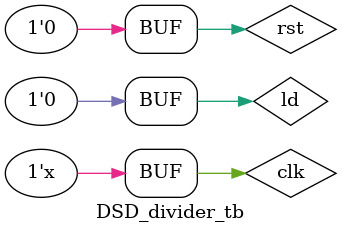
<source format=v>
module DSD_divider(rst, clk, ld, abort, ss, su, isDivi, a, b, imm, qo, ro, dvByZr, done, idle);
parameter WID=64;
parameter DIV=3'd3;
parameter IDLE=3'd4;
parameter DONE=3'd5;
input clk;
input rst;
input ld;
input abort;
input ss;
input su;
input isDivi;
input [WID-1:0] a;
input [WID-1:0] b;
input [WID-1:0] imm;
output [WID-1:0] qo;
reg [WID-1:0] qo;
output [WID-1:0] ro;
reg [WID-1:0] ro;
output done;
output idle;
output dvByZr;
reg dvByZr;

reg [WID-1:0] aa,bb;
reg so;
reg [2:0] state;
reg [7:0] cnt;
wire cnt_done = cnt==8'd0;
assign done = state==DONE||(state==IDLE && !ld);
assign idle = state==IDLE;
reg ce1;
reg [WID-1:0] q;
reg [WID:0] r;
wire b0 = bb <= r;
wire [WID-1:0] r1 = b0 ? r - bb : r;

initial begin
    q = {WID{1'b0}};
    r = {WID{1'b0}};
    qo = {WID{1'b0}};
    ro = {WID{1'b0}};
end

always @(posedge clk)
if (rst) begin
	aa <= {WID{1'b0}};
	bb <= {WID{1'b0}};
	q <= {WID{1'b0}};
	r <= {WID{1'b0}};
	qo <= {WID{1'b0}};
	ro <= {WID{1'b0}};
	cnt <= 8'd0;
	dvByZr <= 1'b0;
	state <= IDLE;
end
else
begin
if (abort)
    cnt <= 8'd00;
else if (!cnt_done)
	cnt <= cnt - 8'd1;

case(state)
IDLE:
	if (ld) begin
		if (ss) begin
			q <= a[WID-1] ? -a : a;
			bb <= isDivi ? (imm[WID-1] ? -imm : imm) :(b[WID-1] ? -b : b);
			so <= isDivi ? a[WID-1] ^ imm[WID-1] : a[WID-1] ^ b[WID-1];
		end
		else if (su) begin
			q <= a[WID-1] ? -a : a;
			bb <= isDivi ? imm : b;
            so <= a[WID-1];
		end
		else begin
			q <= a;
			bb <= isDivi ? imm : b;
			so <= 1'b0;
			$display("bb=%d", isDivi ? imm : b);
		end
		dvByZr <= isDivi ? imm=={WID{1'b0}} : b=={WID{1'b0}};
		r <= {WID{1'b0}};
		cnt <= WID+1;
		state <= DIV;
	end
DIV:
	if (!cnt_done) begin
		$display("cnt:%d r1=%h q[63:0]=%h", cnt,r1,q);
		q <= {q[WID-2:0],b0};
		r <= {r1,q[WID-1]};
	end
	else begin
		$display("cnt:%d r1=%h q[63:0]=%h", cnt,r1,q);
        if (so) begin
            qo <= -q;
            ro <= -r[WID:1];
        end
        else begin
            qo <= q;
            ro <= r[WID:1];
        end
		state <= DONE;
	end
DONE:
	state <= IDLE;
endcase
end

endmodule

module DSD_divider_tb();
parameter WID=64;
reg rst;
reg clk;
reg ld;
wire done;
wire [WID-1:0] qo,ro;

initial begin
	clk = 1;
	rst = 0;
	#100 rst = 1;
	#100 rst = 0;
	#100 ld = 1;
	#150 ld = 0;
end

always #10 clk = ~clk;	//  50 MHz


DSD_divider #(WID) u1
(
	.rst(rst),
	.clk(clk),
	.ld(ld),
	.ss(1'b1),
	.su(1'b0),
	.isDivi(1'b0),
	.a(64'd10005),
	.b(64'd27),
	.imm(64'd123),
	.qo(qo),
	.ro(ro),
	.dvByZr(),
	.done(done)
);

endmodule


</source>
